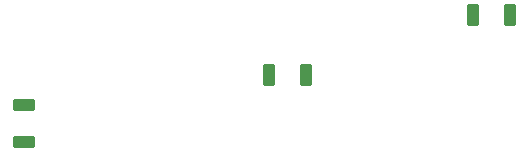
<source format=gbr>
%TF.GenerationSoftware,KiCad,Pcbnew,(6.0.9)*%
%TF.CreationDate,2022-12-07T15:32:04-05:00*%
%TF.ProjectId,CurrentSense_PS,43757272-656e-4745-9365-6e73655f5053,rev?*%
%TF.SameCoordinates,Original*%
%TF.FileFunction,Paste,Bot*%
%TF.FilePolarity,Positive*%
%FSLAX46Y46*%
G04 Gerber Fmt 4.6, Leading zero omitted, Abs format (unit mm)*
G04 Created by KiCad (PCBNEW (6.0.9)) date 2022-12-07 15:32:04*
%MOMM*%
%LPD*%
G01*
G04 APERTURE LIST*
G04 Aperture macros list*
%AMRoundRect*
0 Rectangle with rounded corners*
0 $1 Rounding radius*
0 $2 $3 $4 $5 $6 $7 $8 $9 X,Y pos of 4 corners*
0 Add a 4 corners polygon primitive as box body*
4,1,4,$2,$3,$4,$5,$6,$7,$8,$9,$2,$3,0*
0 Add four circle primitives for the rounded corners*
1,1,$1+$1,$2,$3*
1,1,$1+$1,$4,$5*
1,1,$1+$1,$6,$7*
1,1,$1+$1,$8,$9*
0 Add four rect primitives between the rounded corners*
20,1,$1+$1,$2,$3,$4,$5,0*
20,1,$1+$1,$4,$5,$6,$7,0*
20,1,$1+$1,$6,$7,$8,$9,0*
20,1,$1+$1,$8,$9,$2,$3,0*%
G04 Aperture macros list end*
%ADD10RoundRect,0.250000X-0.700000X0.275000X-0.700000X-0.275000X0.700000X-0.275000X0.700000X0.275000X0*%
%ADD11RoundRect,0.250000X-0.275000X-0.700000X0.275000X-0.700000X0.275000X0.700000X-0.275000X0.700000X0*%
G04 APERTURE END LIST*
D10*
%TO.C,L6*%
X77724000Y-75184000D03*
X77724000Y-78334000D03*
%TD*%
D11*
%TO.C,L5*%
X115773000Y-67564000D03*
X118923000Y-67564000D03*
%TD*%
%TO.C,L4*%
X98501000Y-72644000D03*
X101651000Y-72644000D03*
%TD*%
M02*

</source>
